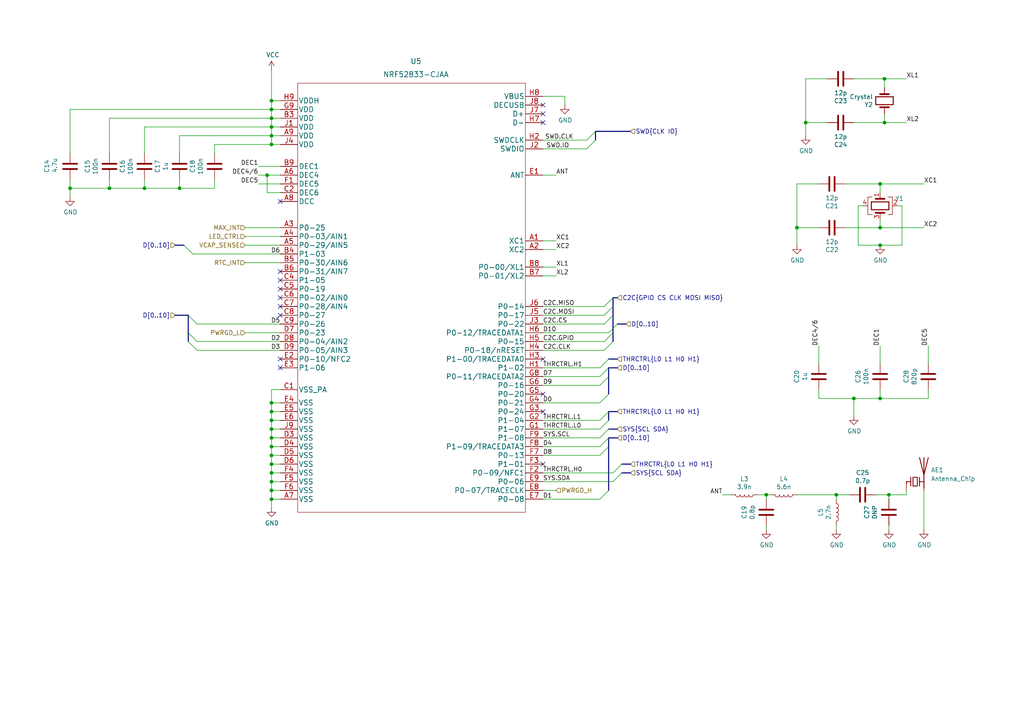
<source format=kicad_sch>
(kicad_sch (version 20231120) (generator "eeschema") (generator_version "8.0")
  (paper "A4")
  (lib_symbols
    (symbol "Device:Antenna_Chip" (pin_numbers hide) (pin_names (offset 1.016) hide)
      (property "Reference" "AE" (at 0 5.08 0))
      (property "Value" "Antenna_Chip" (at 0 3.175 0))
      (symbol "Antenna_Chip_0_1"
        (polyline (pts (xy -2.54 0) (xy -2.54 -0.635)) (stroke (width 0.254)))
        (polyline (pts (xy -2.54 0) (xy -1.27 0)) (stroke (width 0.254)))
        (polyline (pts (xy 1.27 0) (xy 2.54 0)) (stroke (width 0.254)))
        (polyline (pts (xy 1.27 1.27) (xy 1.27 -1.27)) (stroke (width 0.254)))
        (polyline (pts (xy 2.54 -0.635) (xy 2.54 0)))
        (polyline (pts (xy 2.54 6.985) (xy 2.54 -1.905)) (stroke (width 0.254)))
        (polyline (pts (xy -1.27 1.27) (xy -1.27 -1.27) (xy -1.27 0)) (stroke (width 0.254)))
        (polyline (pts (xy 3.81 6.985) (xy 2.54 1.905) (xy 1.27 6.985)) (stroke (width 0.254)))
        (polyline (pts (xy -0.635 1.27) (xy 0.635 1.27) (xy 0.635 -1.27) (xy -0.635 -1.27) (xy -0.635 1.27)) (stroke (width 0.254)))
      )
      (symbol "Antenna_Chip_1_1"
        (pin input line (at -2.54 -2.54 90) (length 2.54) (name "FEED") (number "1"))
        (pin passive line (at 2.54 -2.54 90) (length 2.54) (name "PCB_Trace") (number "2"))
      )
    )
    (symbol "Device:Crystal" (pin_numbers hide) (pin_names (offset 1.016) hide)
      (property "Reference" "Y" (at 0 3.81 0))
      (property "Value" "Crystal" (at 0 -3.81 0))
      (symbol "Crystal_0_1"
        (rectangle (start -1.143 2.54) (end 1.143 -2.54) (stroke (width 0.3048)))
        (polyline (pts (xy -2.54 0) (xy -1.905 0)))
        (polyline (pts (xy -1.905 -1.27) (xy -1.905 1.27)) (stroke (width 0.508)))
        (polyline (pts (xy 1.905 -1.27) (xy 1.905 1.27)) (stroke (width 0.508)))
        (polyline (pts (xy 2.54 0) (xy 1.905 0)))
      )
      (symbol "Crystal_1_1"
        (pin passive line (at -3.81 0 0) (length 1.27) (name "1") (number "1"))
        (pin passive line (at 3.81 0 180) (length 1.27) (name "2") (number "2"))
      )
    )
    (symbol "Voltix:C" (pin_numbers hide) (pin_names (offset 0.254))
      (property "Reference" "C" (at 0.635 2.54 0))
      (property "Value" "C" (at 0.635 -2.54 0))
      (symbol "C_0_1"
        (polyline (pts (xy -2.032 -0.762) (xy 2.032 -0.762)) (stroke (width 0.508)))
        (polyline (pts (xy -2.032 0.762) (xy 2.032 0.762)) (stroke (width 0.508)))
      )
      (symbol "C_1_1"
        (pin passive line (at 0 3.81 270) (length 2.794) (name "~") (number "1"))
        (pin passive line (at 0 -3.81 90) (length 2.794) (name "~") (number "2"))
      )
    )
    (symbol "Voltix:ECS-320-8-47B-7KM-TR" (pin_names (offset 1.016) hide)
      (property "Reference" "Y" (at 3.175 5.08 0))
      (property "Value" "ECS-320-8-47B-7KM-TR" (at 3.175 3.175 0))
      (symbol "ECS-320-8-47B-7KM-TR_0_1"
        (rectangle (start -1.143 2.54) (end 1.143 -2.54) (stroke (width 0.3048)))
        (polyline (pts (xy -2.54 0) (xy -2.032 0)))
        (polyline (pts (xy -2.032 -1.27) (xy -2.032 1.27)) (stroke (width 0.508)))
        (polyline (pts (xy 0 -3.81) (xy 0 -3.556)))
        (polyline (pts (xy 0 3.556) (xy 0 3.81)))
        (polyline (pts (xy 2.032 -1.27) (xy 2.032 1.27)) (stroke (width 0.508)))
        (polyline (pts (xy 2.032 0) (xy 2.54 0)))
        (polyline (pts (xy -2.54 -2.286) (xy -2.54 -3.556) (xy 2.54 -3.556) (xy 2.54 -2.286)))
        (polyline (pts (xy -2.54 2.286) (xy -2.54 3.556) (xy 2.54 3.556) (xy 2.54 2.286)))
      )
      (symbol "ECS-320-8-47B-7KM-TR_1_1"
        (pin passive line (at -3.81 0 0) (length 1.27) (name "1") (number "1"))
        (pin passive line (at 0 5.08 270) (length 1.27) (name "2") (number "2"))
        (pin passive line (at 3.81 0 180) (length 1.27) (name "3") (number "3"))
        (pin passive line (at 0 -5.08 90) (length 1.27) (name "4") (number "4"))
      )
    )
    (symbol "Voltix:GND" (power) (pin_names (offset 0))
      (property "Value" "GND" (at 0 -3.81 0))
      (symbol "GND_0_1"
        (polyline (pts (xy 0 0) (xy 0 -1.27) (xy 1.27 -1.27) (xy 0 -2.54) (xy -1.27 -1.27) (xy 0 -1.27)))
      )
      (symbol "GND_1_1"
        (pin power_in line (at 0 0 270) (length 0) hide (name "GND") (number "1"))
      )
    )
    (symbol "Voltix:L" (pin_numbers hide) (pin_names (offset 1.016) hide)
      (property "Reference" "L" (at -1.27 0 90))
      (property "Value" "L" (at 1.905 0 90))
      (symbol "L_0_1"
        (arc (start 0 -2.54) (mid 0.6323 -1.905) (end 0 -1.27))
        (arc (start 0 -1.27) (mid 0.6323 -0.635) (end 0 0))
        (arc (start 0 0) (mid 0.6323 0.635) (end 0 1.27))
        (arc (start 0 1.27) (mid 0.6323 1.905) (end 0 2.54))
      )
      (symbol "L_1_1"
        (pin passive line (at 0 3.81 270) (length 1.27) (name "1") (number "1"))
        (pin passive line (at 0 -3.81 90) (length 1.27) (name "2") (number "2"))
      )
    )
    (symbol "Voltix:NRF52833-CJAA" (pin_names (offset 0.254))
      (property "Reference" "U" (at 0.635 68.58 0))
      (property "Value" "NRF52833-CJAA" (at 0.635 66.04 0))
      (symbol "NRF52833-CJAA_1_1"
        (polyline (pts (xy -33.02 -62.23) (xy 33.02 -62.23)) (stroke (width 0.127)))
        (polyline (pts (xy -33.02 62.23) (xy -33.02 -62.23)) (stroke (width 0.127)))
        (polyline (pts (xy 33.02 -62.23) (xy 33.02 62.23)) (stroke (width 0.127)))
        (polyline (pts (xy 33.02 62.23) (xy -33.02 62.23)) (stroke (width 0.127)))
        (pin passive line (at 38.1 16.51 180) (length 5.08) (name "XC1") (number "A1"))
        (pin passive line (at 38.1 13.97 180) (length 5.08) (name "XC2") (number "A2"))
        (pin bidirectional line (at -38.1 20.32 0) (length 5.08) (name "P0-25") (number "A3"))
        (pin bidirectional line (at -38.1 17.78 0) (length 5.08) (name "P0-03/AIN1") (number "A4"))
        (pin bidirectional line (at -38.1 15.24 0) (length 5.08) (name "P0-29/AIN5") (number "A5"))
        (pin passive line (at -38.1 35.56 0) (length 5.08) (name "DEC4") (number "A6"))
        (pin power_in line (at -38.1 -58.42 0) (length 5.08) (name "VSS") (number "A7"))
        (pin power_in line (at -38.1 27.94 0) (length 5.08) (name "DCC") (number "A8"))
        (pin power_in line (at -38.1 46.99 0) (length 5.08) (name "VDD") (number "A9"))
        (pin power_in line (at -38.1 52.07 0) (length 5.08) (name "VDD") (number "B3"))
        (pin bidirectional line (at -38.1 12.7 0) (length 5.08) (name "P1-03") (number "B4"))
        (pin bidirectional line (at -38.1 10.16 0) (length 5.08) (name "P0-30/AIN6") (number "B5"))
        (pin bidirectional line (at -38.1 7.62 0) (length 5.08) (name "P0-31/AIN7") (number "B6"))
        (pin bidirectional line (at 38.1 6.35 180) (length 5.08) (name "P0-01/XL2") (number "B7"))
        (pin bidirectional line (at 38.1 8.89 180) (length 5.08) (name "P0-00/XL1") (number "B8"))
        (pin passive line (at -38.1 38.1 0) (length 5.08) (name "DEC1") (number "B9"))
        (pin power_in line (at -38.1 -26.67 0) (length 5.08) (name "VSS_PA") (number "C1"))
        (pin passive line (at -38.1 30.48 0) (length 5.08) (name "DEC6") (number "C2"))
        (pin bidirectional line (at -38.1 5.08 0) (length 5.08) (name "P1-05") (number "C4"))
        (pin bidirectional line (at -38.1 2.54 0) (length 5.08) (name "P0-19") (number "C5"))
        (pin bidirectional line (at -38.1 0 0) (length 5.08) (name "P0-02/AIN0") (number "C6"))
        (pin bidirectional line (at -38.1 -2.54 0) (length 5.08) (name "P0-28/AIN4") (number "C7"))
        (pin bidirectional line (at -38.1 -5.08 0) (length 5.08) (name "P0-27") (number "C8"))
        (pin bidirectional line (at -38.1 -7.62 0) (length 5.08) (name "P0-26") (number "C9"))
        (pin power_in line (at -38.1 -40.64 0) (length 5.08) (name "VSS") (number "D3"))
        (pin power_in line (at -38.1 -43.18 0) (length 5.08) (name "VSS") (number "D4"))
        (pin power_in line (at -38.1 -45.72 0) (length 5.08) (name "VSS") (number "D5"))
        (pin power_in line (at -38.1 -48.26 0) (length 5.08) (name "VSS") (number "D6"))
        (pin bidirectional line (at -38.1 -10.16 0) (length 5.08) (name "P0-23") (number "D7"))
        (pin bidirectional line (at -38.1 -12.7 0) (length 5.08) (name "P0-04/AIN2") (number "D8"))
        (pin bidirectional line (at -38.1 -15.24 0) (length 5.08) (name "P0-05/AIN3") (number "D9"))
        (pin output line (at 38.1 35.56 180) (length 5.08) (name "ANT") (number "E1"))
        (pin bidirectional line (at -38.1 -17.78 0) (length 5.08) (name "P0-10/NFC2") (number "E2"))
        (pin bidirectional line (at -38.1 -20.32 0) (length 5.08) (name "P1-06") (number "E3"))
        (pin power_in line (at -38.1 -30.48 0) (length 5.08) (name "VSS") (number "E4"))
        (pin power_in line (at -38.1 -33.02 0) (length 5.08) (name "VSS") (number "E5"))
        (pin power_in line (at -38.1 -35.56 0) (length 5.08) (name "VSS") (number "E6"))
        (pin bidirectional line (at 38.1 -58.42 180) (length 5.08) (name "P0-08") (number "E7"))
        (pin bidirectional line (at 38.1 -55.88 180) (length 5.08) (name "P0-07/TRACECLK") (number "E8"))
        (pin bidirectional line (at 38.1 -53.34 180) (length 5.08) (name "P0-06") (number "E9"))
        (pin passive line (at -38.1 33.02 0) (length 5.08) (name "DEC5") (number "F1"))
        (pin bidirectional line (at 38.1 -50.8 180) (length 5.08) (name "P0-09/NFC1") (number "F2"))
        (pin bidirectional line (at 38.1 -48.26 180) (length 5.08) (name "P1-01") (number "F3"))
        (pin power_in line (at -38.1 -50.8 0) (length 5.08) (name "VSS") (number "F4"))
        (pin power_in line (at -38.1 -53.34 0) (length 5.08) (name "VSS") (number "F5"))
        (pin power_in line (at -38.1 -55.88 0) (length 5.08) (name "VSS") (number "F6"))
        (pin bidirectional line (at 38.1 -45.72 180) (length 5.08) (name "P0-13") (number "F7"))
        (pin bidirectional line (at 38.1 -43.18 180) (length 5.08) (name "P1-09/TRACEDATA3") (number "F8"))
        (pin bidirectional line (at 38.1 -40.64 180) (length 5.08) (name "P1-08") (number "F9"))
        (pin bidirectional line (at 38.1 -38.1 180) (length 5.08) (name "P1-07") (number "G1"))
        (pin bidirectional line (at 38.1 -35.56 180) (length 5.08) (name "P1-04") (number "G2"))
        (pin bidirectional line (at 38.1 -33.02 180) (length 5.08) (name "P0-24") (number "G3"))
        (pin bidirectional line (at 38.1 -30.48 180) (length 5.08) (name "P0-21") (number "G4"))
        (pin bidirectional line (at 38.1 -27.94 180) (length 5.08) (name "P0-20") (number "G5"))
        (pin bidirectional line (at 38.1 -25.4 180) (length 5.08) (name "P0-16") (number "G6"))
        (pin bidirectional line (at 38.1 -22.86 180) (length 5.08) (name "P0-11/TRACEDATA2") (number "G8"))
        (pin power_in line (at -38.1 54.61 0) (length 5.08) (name "VDD") (number "G9"))
        (pin bidirectional line (at 38.1 -20.32 180) (length 5.08) (name "P1-02") (number "H1"))
        (pin input line (at 38.1 45.72 180) (length 5.08) (name "SWDCLK") (number "H2"))
        (pin bidirectional line (at 38.1 -17.78 180) (length 5.08) (name "P1-00/TRACEDATA0") (number "H3"))
        (pin bidirectional line (at 38.1 -15.24 180) (length 5.08) (name "P0-18/nRESET") (number "H4"))
        (pin bidirectional line (at 38.1 -12.7 180) (length 5.08) (name "P0-15") (number "H5"))
        (pin bidirectional line (at 38.1 -10.16 180) (length 5.08) (name "P0-12/TRACEDATA1") (number "H6"))
        (pin bidirectional line (at 38.1 50.8 180) (length 5.08) (name "D-") (number "H7"))
        (pin power_in line (at 38.1 58.42 180) (length 5.08) (name "VBUS") (number "H8"))
        (pin power_in line (at -38.1 57.15 0) (length 5.08) (name "VDDH") (number "H9"))
        (pin power_in line (at -38.1 49.53 0) (length 5.08) (name "VDD") (number "J1"))
        (pin bidirectional line (at 38.1 43.18 180) (length 5.08) (name "SWDIO") (number "J2"))
        (pin bidirectional line (at 38.1 -7.62 180) (length 5.08) (name "P0-22") (number "J3"))
        (pin power_in line (at -38.1 44.45 0) (length 5.08) (name "VDD") (number "J4"))
        (pin bidirectional line (at 38.1 -5.08 180) (length 5.08) (name "P0-17") (number "J5"))
        (pin bidirectional line (at 38.1 -2.54 180) (length 5.08) (name "P0-14") (number "J6"))
        (pin bidirectional line (at 38.1 53.34 180) (length 5.08) (name "D+") (number "J7"))
        (pin power_in line (at 38.1 55.88 180) (length 5.08) (name "DECUSB") (number "J8"))
        (pin power_in line (at -38.1 -38.1 0) (length 5.08) (name "VSS") (number "J9"))
      )
    )
    (symbol "Voltix:VCC" (power) (pin_names (offset 0))
      (property "Value" "VCC" (at 0 3.81 0))
      (symbol "VCC_0_1"
        (polyline (pts (xy -0.762 1.27) (xy 0 2.54)))
        (polyline (pts (xy 0 0) (xy 0 2.54)))
        (polyline (pts (xy 0 2.54) (xy 0.762 1.27)))
      )
      (symbol "VCC_1_1"
        (pin power_in line (at 0 0 90) (length 0) hide (name "VCC") (number "1"))
      )
    )
  )
  (junction (at 31.75 54.61))
  (junction (at 231.14 66.04))
  (junction (at 247.65 115.57))
  (junction (at 78.74 121.92))
  (junction (at 233.68 35.56))
  (junction (at 78.74 132.08))
  (junction (at 242.57 143.51))
  (junction (at 255.27 115.57))
  (junction (at 255.27 71.12))
  (junction (at 78.74 142.24))
  (junction (at 78.74 134.62))
  (junction (at 256.54 35.56))
  (junction (at 78.74 124.46))
  (junction (at 78.74 36.83))
  (junction (at 78.74 137.16))
  (junction (at 255.27 66.04))
  (junction (at 78.74 41.91))
  (junction (at 78.74 39.37))
  (junction (at 256.54 22.86))
  (junction (at 78.74 127))
  (junction (at 52.07 54.61))
  (junction (at 78.74 116.84))
  (junction (at 222.25 143.51))
  (junction (at 78.74 129.54))
  (junction (at 78.74 139.7))
  (junction (at 78.74 29.21))
  (junction (at 78.74 31.75))
  (junction (at 77.47 50.8))
  (junction (at 78.74 34.29))
  (junction (at 78.74 144.78))
  (junction (at 41.91 54.61))
  (junction (at 78.74 119.38))
  (junction (at 257.81 143.51))
  (junction (at 20.32 54.61))
  (junction (at 255.27 53.34))
  (no_connect (at 81.28 104.14))
  (no_connect (at 81.28 106.68))
  (no_connect (at 157.48 104.14))
  (no_connect (at 81.28 78.74))
  (no_connect (at 81.28 81.28))
  (no_connect (at 81.28 83.82))
  (no_connect (at 81.28 86.36))
  (no_connect (at 81.28 88.9))
  (no_connect (at 81.28 91.44))
  (no_connect (at 157.48 114.3))
  (no_connect (at 157.48 119.38))
  (no_connect (at 157.48 134.62))
  (no_connect (at 157.48 30.48))
  (no_connect (at 157.48 33.02))
  (no_connect (at 157.48 35.56))
  (no_connect (at 81.28 58.42))
  (bus_entry (at 54.61 96.52) (size 2.54 2.54))
  (bus_entry (at 176.53 129.54) (size -2.54 2.54))
  (bus_entry (at 176.53 109.22) (size -2.54 2.54))
  (bus_entry (at 176.53 127) (size -2.54 2.54))
  (bus_entry (at 179.07 93.98) (size -2.54 2.54))
  (bus_entry (at 176.53 104.14) (size -2.54 2.54))
  (bus_entry (at 176.53 106.68) (size -2.54 2.54))
  (bus_entry (at 176.53 119.38) (size -2.54 2.54))
  (bus_entry (at 54.61 91.44) (size 2.54 2.54))
  (bus_entry (at 176.53 114.3) (size -2.54 2.54))
  (bus_entry (at 176.53 124.46) (size -2.54 2.54))
  (bus_entry (at 177.8 96.52) (size -2.54 2.54))
  (bus_entry (at 177.8 91.44) (size -2.54 2.54))
  (bus_entry (at 54.61 99.06) (size 2.54 2.54))
  (bus_entry (at 180.34 134.62) (size -2.54 2.54))
  (bus_entry (at 176.53 142.24) (size -2.54 2.54))
  (bus_entry (at 172.72 40.64) (size -2.54 2.54))
  (bus_entry (at 177.8 88.9) (size -2.54 2.54))
  (bus_entry (at 176.53 121.92) (size -2.54 2.54))
  (bus_entry (at 53.34 71.12) (size 2.54 2.54))
  (bus_entry (at 172.72 38.1) (size -2.54 2.54))
  (bus_entry (at 177.8 99.06) (size -2.54 2.54))
  (bus_entry (at 180.34 137.16) (size -2.54 2.54))
  (bus_entry (at 177.8 86.36) (size -2.54 2.54))
  (wire (pts (xy 52.07 39.37) (xy 52.07 44.45)))
  (wire (pts (xy 62.23 52.07) (xy 62.23 54.61)))
  (wire (pts (xy 78.74 29.21) (xy 78.74 31.75)))
  (wire (pts (xy 157.48 111.76) (xy 173.99 111.76)))
  (wire (pts (xy 237.49 115.57) (xy 247.65 115.57)))
  (wire (pts (xy 261.62 71.12) (xy 261.62 59.69)))
  (wire (pts (xy 257.81 143.51) (xy 262.89 143.51)))
  (wire (pts (xy 157.48 50.8) (xy 161.29 50.8)))
  (wire (pts (xy 222.25 144.78) (xy 222.25 143.51)))
  (wire (pts (xy 247.65 115.57) (xy 255.27 115.57)))
  (wire (pts (xy 231.14 53.34) (xy 237.49 53.34)))
  (wire (pts (xy 157.48 91.44) (xy 175.26 91.44)))
  (wire (pts (xy 157.48 142.24) (xy 161.29 142.24)))
  (wire (pts (xy 74.93 53.34) (xy 81.28 53.34)))
  (bus (pts (xy 54.61 91.44) (xy 54.61 96.52)))
  (wire (pts (xy 31.75 52.07) (xy 31.75 54.61)))
  (wire (pts (xy 52.07 39.37) (xy 78.74 39.37)))
  (wire (pts (xy 233.68 35.56) (xy 233.68 39.37)))
  (wire (pts (xy 78.74 144.78) (xy 78.74 142.24)))
  (wire (pts (xy 81.28 29.21) (xy 78.74 29.21)))
  (wire (pts (xy 248.92 71.12) (xy 255.27 71.12)))
  (wire (pts (xy 257.81 153.67) (xy 257.81 152.4)))
  (wire (pts (xy 78.74 34.29) (xy 78.74 36.83)))
  (wire (pts (xy 78.74 129.54) (xy 81.28 129.54)))
  (wire (pts (xy 78.74 147.32) (xy 78.74 144.78)))
  (wire (pts (xy 20.32 44.45) (xy 20.32 31.75)))
  (wire (pts (xy 157.48 132.08) (xy 173.99 132.08)))
  (bus (pts (xy 180.34 134.62) (xy 182.88 134.62)))
  (wire (pts (xy 20.32 54.61) (xy 20.32 57.15)))
  (wire (pts (xy 57.15 99.06) (xy 81.28 99.06)))
  (wire (pts (xy 78.74 119.38) (xy 81.28 119.38)))
  (wire (pts (xy 209.55 143.51) (xy 212.09 143.51)))
  (wire (pts (xy 157.48 137.16) (xy 177.8 137.16)))
  (bus (pts (xy 177.8 86.36) (xy 179.07 86.36)))
  (wire (pts (xy 41.91 52.07) (xy 41.91 54.61)))
  (wire (pts (xy 231.14 66.04) (xy 231.14 71.12)))
  (wire (pts (xy 77.47 50.8) (xy 81.28 50.8)))
  (wire (pts (xy 256.54 22.86) (xy 262.89 22.86)))
  (wire (pts (xy 255.27 66.04) (xy 245.11 66.04)))
  (wire (pts (xy 78.74 134.62) (xy 78.74 132.08)))
  (wire (pts (xy 231.14 143.51) (xy 242.57 143.51)))
  (wire (pts (xy 78.74 121.92) (xy 78.74 119.38)))
  (bus (pts (xy 176.53 106.68) (xy 179.07 106.68)))
  (wire (pts (xy 157.48 121.92) (xy 173.99 121.92)))
  (wire (pts (xy 245.11 53.34) (xy 255.27 53.34)))
  (wire (pts (xy 81.28 55.88) (xy 77.47 55.88)))
  (wire (pts (xy 231.14 66.04) (xy 237.49 66.04)))
  (wire (pts (xy 247.65 115.57) (xy 247.65 120.65)))
  (bus (pts (xy 176.53 119.38) (xy 176.53 121.92)))
  (wire (pts (xy 233.68 22.86) (xy 233.68 35.56)))
  (wire (pts (xy 157.48 88.9) (xy 175.26 88.9)))
  (wire (pts (xy 78.74 36.83) (xy 81.28 36.83)))
  (wire (pts (xy 157.48 139.7) (xy 177.8 139.7)))
  (bus (pts (xy 176.53 124.46) (xy 179.07 124.46)))
  (wire (pts (xy 157.48 127) (xy 173.99 127)))
  (bus (pts (xy 179.07 93.98) (xy 181.61 93.98)))
  (wire (pts (xy 78.74 39.37) (xy 81.28 39.37)))
  (wire (pts (xy 78.74 119.38) (xy 78.74 116.84)))
  (wire (pts (xy 31.75 34.29) (xy 78.74 34.29)))
  (bus (pts (xy 172.72 38.1) (xy 172.72 40.64)))
  (wire (pts (xy 248.92 59.69) (xy 248.92 71.12)))
  (wire (pts (xy 242.57 143.51) (xy 246.38 143.51)))
  (wire (pts (xy 78.74 132.08) (xy 78.74 129.54)))
  (bus (pts (xy 177.8 88.9) (xy 177.8 86.36)))
  (wire (pts (xy 255.27 55.88) (xy 255.27 53.34)))
  (wire (pts (xy 157.48 124.46) (xy 173.99 124.46)))
  (wire (pts (xy 78.74 116.84) (xy 78.74 113.03)))
  (wire (pts (xy 163.83 27.94) (xy 163.83 30.48)))
  (wire (pts (xy 269.24 115.57) (xy 255.27 115.57)))
  (wire (pts (xy 55.88 73.66) (xy 81.28 73.66)))
  (wire (pts (xy 78.74 142.24) (xy 78.74 139.7)))
  (wire (pts (xy 41.91 44.45) (xy 41.91 36.83)))
  (wire (pts (xy 78.74 144.78) (xy 81.28 144.78)))
  (bus (pts (xy 182.88 38.1) (xy 172.72 38.1)))
  (wire (pts (xy 41.91 54.61) (xy 31.75 54.61)))
  (wire (pts (xy 78.74 116.84) (xy 81.28 116.84)))
  (wire (pts (xy 262.89 143.51) (xy 262.89 142.24)))
  (wire (pts (xy 250.19 59.69) (xy 248.92 59.69)))
  (bus (pts (xy 177.8 91.44) (xy 177.8 96.52)))
  (wire (pts (xy 157.48 27.94) (xy 163.83 27.94)))
  (wire (pts (xy 255.27 63.5) (xy 255.27 66.04)))
  (bus (pts (xy 50.8 91.44) (xy 54.61 91.44)))
  (bus (pts (xy 54.61 96.52) (xy 54.61 99.06)))
  (wire (pts (xy 254 143.51) (xy 257.81 143.51)))
  (wire (pts (xy 255.27 71.12) (xy 261.62 71.12)))
  (bus (pts (xy 177.8 96.52) (xy 177.8 99.06)))
  (bus (pts (xy 176.53 106.68) (xy 176.53 109.22)))
  (wire (pts (xy 255.27 53.34) (xy 267.97 53.34)))
  (wire (pts (xy 78.74 134.62) (xy 81.28 134.62)))
  (wire (pts (xy 71.12 96.52) (xy 81.28 96.52)))
  (wire (pts (xy 78.74 124.46) (xy 81.28 124.46)))
  (wire (pts (xy 52.07 54.61) (xy 41.91 54.61)))
  (wire (pts (xy 78.74 139.7) (xy 78.74 137.16)))
  (wire (pts (xy 157.48 144.78) (xy 173.99 144.78)))
  (wire (pts (xy 78.74 121.92) (xy 81.28 121.92)))
  (wire (pts (xy 78.74 39.37) (xy 78.74 41.91)))
  (bus (pts (xy 50.8 71.12) (xy 53.34 71.12)))
  (wire (pts (xy 31.75 54.61) (xy 20.32 54.61)))
  (bus (pts (xy 176.53 127) (xy 179.07 127)))
  (wire (pts (xy 255.27 115.57) (xy 255.27 113.03)))
  (wire (pts (xy 41.91 36.83) (xy 78.74 36.83)))
  (bus (pts (xy 176.53 119.38) (xy 179.07 119.38)))
  (wire (pts (xy 52.07 52.07) (xy 52.07 54.61)))
  (wire (pts (xy 157.48 99.06) (xy 175.26 99.06)))
  (wire (pts (xy 237.49 113.03) (xy 237.49 115.57)))
  (wire (pts (xy 74.93 48.26) (xy 81.28 48.26)))
  (wire (pts (xy 77.47 55.88) (xy 77.47 50.8)))
  (wire (pts (xy 71.12 71.12) (xy 81.28 71.12)))
  (wire (pts (xy 78.74 31.75) (xy 81.28 31.75)))
  (wire (pts (xy 78.74 137.16) (xy 81.28 137.16)))
  (wire (pts (xy 157.48 69.85) (xy 161.29 69.85)))
  (bus (pts (xy 176.53 109.22) (xy 176.53 114.3)))
  (bus (pts (xy 176.53 104.14) (xy 179.07 104.14)))
  (wire (pts (xy 78.74 139.7) (xy 81.28 139.7)))
  (wire (pts (xy 78.74 31.75) (xy 78.74 34.29)))
  (wire (pts (xy 256.54 35.56) (xy 256.54 33.02)))
  (wire (pts (xy 157.48 101.6) (xy 175.26 101.6)))
  (wire (pts (xy 57.15 93.98) (xy 81.28 93.98)))
  (wire (pts (xy 242.57 143.51) (xy 242.57 144.78)))
  (wire (pts (xy 157.48 116.84) (xy 173.99 116.84)))
  (wire (pts (xy 255.27 100.33) (xy 255.27 105.41)))
  (bus (pts (xy 180.34 137.16) (xy 182.88 137.16)))
  (wire (pts (xy 78.74 113.03) (xy 81.28 113.03)))
  (wire (pts (xy 62.23 54.61) (xy 52.07 54.61)))
  (wire (pts (xy 262.89 35.56) (xy 256.54 35.56)))
  (wire (pts (xy 233.68 35.56) (xy 240.03 35.56)))
  (wire (pts (xy 62.23 41.91) (xy 78.74 41.91)))
  (wire (pts (xy 157.48 96.52) (xy 176.53 96.52)))
  (wire (pts (xy 157.48 109.22) (xy 173.99 109.22)))
  (wire (pts (xy 20.32 52.07) (xy 20.32 54.61)))
  (bus (pts (xy 176.53 129.54) (xy 176.53 142.24)))
  (wire (pts (xy 157.48 77.47) (xy 161.29 77.47)))
  (wire (pts (xy 170.18 43.18) (xy 157.48 43.18)))
  (wire (pts (xy 78.74 41.91) (xy 81.28 41.91)))
  (wire (pts (xy 31.75 44.45) (xy 31.75 34.29)))
  (wire (pts (xy 219.71 143.51) (xy 222.25 143.51)))
  (wire (pts (xy 78.74 127) (xy 81.28 127)))
  (wire (pts (xy 255.27 66.04) (xy 267.97 66.04)))
  (wire (pts (xy 256.54 25.4) (xy 256.54 22.86)))
  (bus (pts (xy 177.8 88.9) (xy 177.8 91.44)))
  (wire (pts (xy 157.48 72.39) (xy 161.29 72.39)))
  (wire (pts (xy 78.74 34.29) (xy 81.28 34.29)))
  (wire (pts (xy 222.25 153.67) (xy 222.25 152.4)))
  (wire (pts (xy 170.18 40.64) (xy 157.48 40.64)))
  (wire (pts (xy 257.81 143.51) (xy 257.81 144.78)))
  (wire (pts (xy 157.48 106.68) (xy 173.99 106.68)))
  (wire (pts (xy 231.14 53.34) (xy 231.14 66.04)))
  (wire (pts (xy 78.74 124.46) (xy 78.74 121.92)))
  (wire (pts (xy 20.32 31.75) (xy 78.74 31.75)))
  (wire (pts (xy 222.25 143.51) (xy 223.52 143.51)))
  (wire (pts (xy 74.93 50.8) (xy 77.47 50.8)))
  (wire (pts (xy 237.49 100.33) (xy 237.49 105.41)))
  (wire (pts (xy 247.65 22.86) (xy 256.54 22.86)))
  (wire (pts (xy 78.74 129.54) (xy 78.74 127)))
  (wire (pts (xy 57.15 101.6) (xy 81.28 101.6)))
  (wire (pts (xy 267.97 142.24) (xy 267.97 153.67)))
  (wire (pts (xy 78.74 36.83) (xy 78.74 39.37)))
  (wire (pts (xy 269.24 113.03) (xy 269.24 115.57)))
  (wire (pts (xy 78.74 137.16) (xy 78.74 134.62)))
  (wire (pts (xy 78.74 20.32) (xy 78.74 29.21)))
  (wire (pts (xy 157.48 129.54) (xy 173.99 129.54)))
  (wire (pts (xy 242.57 153.67) (xy 242.57 152.4)))
  (wire (pts (xy 71.12 76.2) (xy 81.28 76.2)))
  (wire (pts (xy 269.24 100.33) (xy 269.24 105.41)))
  (wire (pts (xy 78.74 142.24) (xy 81.28 142.24)))
  (wire (pts (xy 71.12 68.58) (xy 81.28 68.58)))
  (wire (pts (xy 78.74 132.08) (xy 81.28 132.08)))
  (wire (pts (xy 157.48 80.01) (xy 161.29 80.01)))
  (wire (pts (xy 78.74 127) (xy 78.74 124.46)))
  (bus (pts (xy 176.53 127) (xy 176.53 129.54)))
  (wire (pts (xy 261.62 59.69) (xy 260.35 59.69)))
  (wire (pts (xy 62.23 44.45) (xy 62.23 41.91)))
  (wire (pts (xy 157.48 93.98) (xy 175.26 93.98)))
  (wire (pts (xy 233.68 22.86) (xy 240.03 22.86)))
  (wire (pts (xy 71.12 66.04) (xy 81.28 66.04)))
  (wire (pts (xy 247.65 35.56) (xy 256.54 35.56)))
  (label "DEC4{slash}6" (at 74.93 50.8 180))
  (label "D2" (at 81.28 99.06 180))
  (label "DEC4{slash}6" (at 237.49 100.33 90))
  (label "XC2" (at 161.29 72.39 0))
  (label "XL2" (at 161.29 80.01 0))
  (label "THRCTRL.L0" (at 157.48 124.46 0))
  (label "C2C.CS" (at 157.48 93.98 0))
  (label "D6" (at 81.28 73.66 180))
  (label "SWD.IO" (at 165.1 43.18 180))
  (label "XC1" (at 267.97 53.34 0))
  (label "THRCTRL.H0" (at 157.48 137.16 0))
  (label "C2C.MOSI" (at 157.48 91.44 0))
  (label "DEC5" (at 74.93 53.34 180))
  (label "DEC5" (at 269.24 100.33 90))
  (label "D4" (at 157.48 129.54 0))
  (label "SWD.CLK" (at 166.37 40.64 180))
  (label "DEC1" (at 255.27 100.33 90))
  (label "D0" (at 157.48 116.84 0))
  (label "ANT" (at 161.29 50.8 0))
  (label "SYS.SDA" (at 157.48 139.7 0))
  (label "D5" (at 81.28 93.98 180))
  (label "D10" (at 157.48 96.52 0))
  (label "D8" (at 157.48 132.08 0))
  (label "C2C.CLK" (at 157.48 101.6 0))
  (label "C2C.MISO" (at 157.48 88.9 0))
  (label "XC2" (at 267.97 66.04 0))
  (label "DEC1" (at 74.93 48.26 180))
  (label "THRCTRL.L1" (at 157.48 121.92 0))
  (label "D7" (at 157.48 109.22 0))
  (label "THRCTRL.H1" (at 157.48 106.68 0))
  (label "C2C.GPIO" (at 157.48 99.06 0))
  (label "XL2" (at 262.89 35.56 0))
  (label "XC1" (at 161.29 69.85 0))
  (label "D1" (at 157.48 144.78 0))
  (label "XL1" (at 161.29 77.47 0))
  (label "D3" (at 81.28 101.6 180))
  (label "XL1" (at 262.89 22.86 0))
  (label "SYS.SCL" (at 157.48 127 0))
  (label "D9" (at 157.48 111.76 0))
  (label "ANT" (at 209.55 143.51 180))
  (hierarchical_label "C2C{GPIO CS CLK MOSI MISO}" (shape input) (at 179.07 86.36 0))
  (hierarchical_label "D[0..10]" (shape input) (at 179.07 106.68 0))
  (hierarchical_label "THRCTRL{L0 L1 H0 H1}" (shape input) (at 179.07 119.38 0))
  (hierarchical_label "VCAP_SENSE" (shape input) (at 71.12 71.12 180))
  (hierarchical_label "SWD{CLK IO}" (shape input) (at 182.88 38.1 0))
  (hierarchical_label "RTC_INT" (shape input) (at 71.12 76.2 180))
  (hierarchical_label "LED_CTRL" (shape input) (at 71.12 68.58 180))
  (hierarchical_label "D[0..10]" (shape input) (at 50.8 91.44 180))
  (hierarchical_label "THRCTRL{L0 L1 H0 H1}" (shape input) (at 182.88 134.62 0))
  (hierarchical_label "THRCTRL{L0 L1 H0 H1}" (shape input) (at 179.07 104.14 0))
  (hierarchical_label "D[0..10]" (shape input) (at 181.61 93.98 0))
  (hierarchical_label "D[0..10]" (shape input) (at 179.07 127 0))
  (hierarchical_label "MAX_INT" (shape input) (at 71.12 66.04 180))
  (hierarchical_label "SYS{SCL SDA}" (shape input) (at 179.07 124.46 0))
  (hierarchical_label "PWRGD_H" (shape input) (at 161.29 142.24 0))
  (hierarchical_label "D[0..10]" (shape input) (at 50.8 71.12 180))
  (hierarchical_label "PWRGD_L" (shape input) (at 71.12 96.52 180))
  (hierarchical_label "SYS{SCL SDA}" (shape input) (at 182.88 137.16 0))
  (symbol (lib_id "Voltix:L") (at 227.33 143.51 270) (unit 1)
    (property "Reference" "L4" (at 227.33 138.9126 90))
    (property "Value" "5.6n" (at 227.33 141.224 90))
    (property "Footprint" "Voltix:RFSMD_0201_0603Metric" (effects (hide yes)))
    (property "Description" "FIXED IND 5.6NH 350MA 400MOHM SM" (effects (hide yes)))
    (property "MPN" "LQP03TN5N6J02D" (effects (hide yes)))
  )
  (symbol (lib_id "Voltix:GND") (at 255.27 71.12 0) (unit 1)
    (property "Reference" "#PWR029" (effects (hide yes)))
    (property "Value" "GND" (at 255.397 75.5142 0))
  )
  (symbol (lib_id "Voltix:C") (at 62.23 48.26 180) (unit 1)
    (property "Reference" "C18" (at 55.8292 48.26 90))
    (property "Value" "100n" (at 58.1406 48.26 90))
    (property "Footprint" "Voltix:C_0201_0603Metric" (effects (hide yes)))
    (property "Description" "CAP CER 0.1UF 10V X5R 0201" (effects (hide yes)))
    (property "MPN" "GRM033R61A104ME15D" (effects (hide yes)))
  )
  (symbol (lib_id "Voltix:C") (at 241.3 53.34 270) (unit 1)
    (property "Reference" "C21" (at 241.3 59.7408 90))
    (property "Value" "12p" (at 241.3 57.4294 90))
    (property "Footprint" "Voltix:C_0201_0603Metric" (effects (hide yes)))
    (property "Description" "CAP CER 12PF 50V C0G/NP0 0201" (effects (hide yes)))
    (property "MPN" "GRM0335C1H120GA01D" (effects (hide yes)))
  )
  (symbol (lib_id "Voltix:ECS-320-8-47B-7KM-TR") (at 255.27 59.69 270) (unit 1)
    (property "Reference" "Y1" (at 260.8829 57.638 90))
    (property "Value" "ECS-320-8-47B-7KM-TR" (effects (hide yes)))
    (property "Footprint" "Voltix:ECS_ECX-1247B" (effects (hide yes)))
    (property "Description" "32MHz, 8pF, 50R Crystal" (effects (hide yes)))
    (property "MPN" "ECS-320-CDX-2152" (effects (hide yes)))
  )
  (symbol (lib_id "Voltix:C") (at 241.3 66.04 270) (unit 1)
    (property "Reference" "C22" (at 241.3 72.4408 90))
    (property "Value" "12p" (at 241.3 70.1294 90))
    (property "Footprint" "Voltix:C_0201_0603Metric" (effects (hide yes)))
    (property "Description" "CAP CER 12PF 50V C0G/NP0 0201" (effects (hide yes)))
    (property "MPN" "GRM0335C1H120GA01D" (effects (hide yes)))
  )
  (symbol (lib_id "Voltix:C") (at 243.84 22.86 270) (unit 1)
    (property "Reference" "C23" (at 243.84 29.2608 90))
    (property "Value" "12p" (at 243.84 26.9494 90))
    (property "Footprint" "Voltix:C_0201_0603Metric" (effects (hide yes)))
    (property "Description" "CAP CER 12PF 50V C0G/NP0 0201" (effects (hide yes)))
    (property "MPN" "GRM0335C1H120GA01D" (effects (hide yes)))
  )
  (symbol (lib_id "Voltix:GND") (at 242.57 153.67 0) (unit 1)
    (property "Reference" "#PWR027" (effects (hide yes)))
    (property "Value" "GND" (at 242.697 158.0642 0))
  )
  (symbol (lib_id "Voltix:GND") (at 20.32 57.15 0) (unit 1)
    (property "Reference" "#PWR020" (effects (hide yes)))
    (property "Value" "GND" (at 20.447 61.5442 0))
  )
  (symbol (lib_id "Voltix:C") (at 20.32 48.26 0) (unit 1)
    (property "Reference" "C14" (at 13.5636 50.165 90) (effects (justify left)))
    (property "Value" "4.7u" (at 15.875 50.165 90) (effects (justify left)))
    (property "Footprint" "Voltix:C_0402_1005Metric" (effects (hide yes)))
    (property "Description" "CAP CER 4.7UF 10V X5R 0402" (effects (hide yes)))
    (property "MPN" "CL05A475MP5NRNC" (effects (hide yes)))
  )
  (symbol (lib_id "Voltix:C") (at 222.25 148.59 180) (unit 1)
    (property "Reference" "C19" (at 215.8492 148.59 90))
    (property "Value" "0.8p" (at 218.1606 148.59 90))
    (property "Footprint" "Voltix:RFSMD_0201_0603Metric" (effects (hide yes)))
    (property "Description" "CAP CER 0.8p 50V C0G/NP0 0201" (effects (hide yes)))
    (property "MPN" "GRT0335C1HR80WA02D" (effects (hide yes)))
  )
  (symbol (lib_id "Voltix:C") (at 52.07 48.26 180) (unit 1)
    (property "Reference" "C17" (at 45.6692 48.26 90))
    (property "Value" "1u" (at 47.9806 48.26 90))
    (property "Footprint" "Voltix:C_0201_0603Metric" (effects (hide yes)))
    (property "Description" "CAP CER 1UF 16V X5R 0201" (effects (hide yes)))
    (property "MPN" "GRM033R61C105ME15D" (effects (hide yes)))
  )
  (symbol (lib_id "Voltix:C") (at 255.27 109.22 180) (unit 1)
    (property "Reference" "C26" (at 248.8692 109.22 90))
    (property "Value" "100n" (at 251.1806 109.22 90))
    (property "Footprint" "Voltix:C_0201_0603Metric" (effects (hide yes)))
    (property "Description" "CAP CER 0.1UF 10V X5R 0201" (effects (hide yes)))
    (property "MPN" "GRM033R61A104ME15D" (effects (hide yes)))
  )
  (symbol (lib_id "Device:Antenna_Chip") (at 265.43 139.7 0) (unit 1) (in_bom no)
    (property "Reference" "AE1" (at 270.002 136.3253 0) (effects (justify left)))
    (property "Value" "Antenna_Chip" (at 270.002 138.8622 0) (effects (justify left)))
    (property "Footprint" "Voltix:Texas_SWRA117D_2.4GHz_Left" (effects (hide yes)))
  )
  (symbol (lib_id "Voltix:GND") (at 163.83 30.48 0) (unit 1)
    (property "Reference" "#PWR023" (effects (hide yes)))
    (property "Value" "GND" (at 163.957 34.8742 0))
  )
  (symbol (lib_id "Voltix:GND") (at 257.81 153.67 0) (unit 1)
    (property "Reference" "#PWR030" (effects (hide yes)))
    (property "Value" "GND" (at 257.937 158.0642 0))
  )
  (symbol (lib_id "Voltix:L") (at 242.57 148.59 0) (unit 1)
    (property "Reference" "L5" (at 237.9726 148.59 90))
    (property "Value" "2.7n" (at 240.284 148.59 90))
    (property "Footprint" "Voltix:RFSMD_0201_0603Metric" (effects (hide yes)))
    (property "Description" "FIXED IND 2.7NH 500MA 200MOHM SM" (effects (hide yes)))
    (property "MPN" "LQP03TN2N7B02D" (effects (hide yes)))
  )
  (symbol (lib_id "Voltix:GND") (at 222.25 153.67 0) (unit 1)
    (property "Reference" "#PWR024" (effects (hide yes)))
    (property "Value" "GND" (at 222.377 158.0642 0))
  )
  (symbol (lib_id "Voltix:C") (at 41.91 48.26 180) (unit 1)
    (property "Reference" "C16" (at 35.5092 48.26 90))
    (property "Value" "100n" (at 37.8206 48.26 90))
    (property "Footprint" "Voltix:C_0201_0603Metric" (effects (hide yes)))
    (property "Description" "CAP CER 0.1UF 10V X5R 0201" (effects (hide yes)))
    (property "MPN" "GRM033R61A104ME15D" (effects (hide yes)))
  )
  (symbol (lib_id "Voltix:NRF52833-CJAA") (at 119.38 86.36 0) (unit 1)
    (property "Reference" "U5" (at 120.65 17.78 0) (effects (font (size 1.524 1.524))))
    (property "Value" "NRF52833-CJAA" (at 120.65 21.59 0) (effects (font (size 1.524 1.524))))
    (property "Footprint" "Voltix:NRF52833-CJAA" (effects (hide yes)))
    (property "Description" "Cortex-M4F MCU w/ 2.4GHz radio" (effects (hide yes)))
    (property "MPN" "NRF52833-CJAA" (effects (hide yes)))
  )
  (symbol (lib_id "Voltix:L") (at 215.9 143.51 270) (unit 1)
    (property "Reference" "L3" (at 215.9 138.9126 90))
    (property "Value" "3.9n" (at 215.9 141.224 90))
    (property "Footprint" "Voltix:RFSMD_0201_0603Metric" (effects (hide yes)))
    (property "Description" "FIXED IND 3.9NH 400MA 300MOHM SM" (effects (hide yes)))
    (property "MPN" "LQP03TN3N9B02D" (effects (hide yes)))
  )
  (symbol (lib_id "Voltix:C") (at 269.24 109.22 180) (unit 1)
    (property "Reference" "C28" (at 262.8392 109.22 90))
    (property "Value" "820p" (at 265.1506 109.22 90))
    (property "Footprint" "Voltix:C_0201_0603Metric" (effects (hide yes)))
    (property "Description" "CAP CER 820PF 50V C0G/NP0 0201" (effects (hide yes)))
    (property "MPN" "GRM0335C1H821JE01D" (effects (hide yes)))
  )
  (symbol (lib_id "Voltix:C") (at 237.49 109.22 180) (unit 1)
    (property "Reference" "C20" (at 231.0892 109.22 90))
    (property "Value" "1u" (at 233.4006 109.22 90))
    (property "Footprint" "Voltix:C_0201_0603Metric" (effects (hide yes)))
    (property "Description" "CAP CER 1UF 16V X5R 0201" (effects (hide yes)))
    (property "MPN" "GRM033R61C105ME15D" (effects (hide yes)))
  )
  (symbol (lib_id "Voltix:GND") (at 78.74 147.32 0) (unit 1)
    (property "Reference" "#PWR022" (effects (hide yes)))
    (property "Value" "GND" (at 78.867 151.7142 0))
  )
  (symbol (lib_id "Voltix:GND") (at 231.14 71.12 0) (unit 1)
    (property "Reference" "#PWR025" (effects (hide yes)))
    (property "Value" "GND" (at 231.267 75.5142 0))
  )
  (symbol (lib_id "Voltix:C") (at 250.19 143.51 90) (unit 1)
    (property "Reference" "C25" (at 250.19 137.1092 90))
    (property "Value" "0.7p" (at 250.19 139.4206 90))
    (property "Footprint" "Voltix:RFSMD_0201_0603Metric" (effects (hide yes)))
    (property "Description" "CAP CER 0.7PF 50V C0G/NP0 0201" (effects (hide yes)))
    (property "MPN" "GRM0335C1HR70WA01D" (effects (hide yes)))
  )
  (symbol (lib_id "Voltix:GND") (at 267.97 153.67 0) (unit 1)
    (property "Reference" "#PWR031" (effects (hide yes)))
    (property "Value" "GND" (at 268.097 158.0642 0))
  )
  (symbol (lib_id "Voltix:C") (at 243.84 35.56 270) (unit 1)
    (property "Reference" "C24" (at 243.84 41.9608 90))
    (property "Value" "12p" (at 243.84 39.6494 90))
    (property "Footprint" "Voltix:C_0201_0603Metric" (effects (hide yes)))
    (property "Description" "CAP CER 12PF 50V C0G/NP0 0201" (effects (hide yes)))
    (property "MPN" "GRM0335C1H120GA01D" (effects (hide yes)))
  )
  (symbol (lib_id "Voltix:C") (at 31.75 48.26 180) (unit 1)
    (property "Reference" "C15" (at 25.3492 48.26 90))
    (property "Value" "100n" (at 27.6606 48.26 90))
    (property "Footprint" "Voltix:C_0201_0603Metric" (effects (hide yes)))
    (property "Description" "CAP CER 0.1UF 10V X5R 0201" (effects (hide yes)))
    (property "MPN" "GRM033R61A104ME15D" (effects (hide yes)))
  )
  (symbol (lib_id "Voltix:GND") (at 233.68 39.37 0) (unit 1)
    (property "Reference" "#PWR026" (effects (hide yes)))
    (property "Value" "GND" (at 233.807 43.7642 0))
  )
  (symbol (lib_id "Voltix:GND") (at 247.65 120.65 0) (unit 1)
    (property "Reference" "#PWR028" (effects (hide yes)))
    (property "Value" "GND" (at 247.777 125.0442 0))
  )
  (symbol (lib_id "Voltix:VCC") (at 78.74 20.32 0) (unit 1)
    (property "Reference" "#PWR021" (effects (hide yes)))
    (property "Value" "VCC" (at 79.121 15.9258 0))
  )
  (symbol (lib_id "Voltix:C") (at 257.81 148.59 180) (unit 1)
    (property "Reference" "C27" (at 251.4092 148.59 90))
    (property "Value" "DNP" (at 253.7206 148.59 90))
    (property "Footprint" "Voltix:RFSMD_0201_0603Metric" (effects (hide yes)))
  )
  (symbol (lib_id "Device:Crystal") (at 256.54 29.21 90) (unit 1)
    (property "Reference" "Y2" (at 253.2126 30.3784 90) (effects (justify left)))
    (property "Value" "Crystal" (at 253.2126 28.067 90) (effects (justify left)))
    (property "Footprint" "Voltix:ECX-12R" (effects (hide yes)))
    (property "Description" "32kHz, 9pF Crystal" (effects (hide yes)))
    (property "MPN" "CM8V-T1A-32.768KHZ-9PF-20PPM-TA-QC" (effects (hide yes)))
  )
)
</source>
